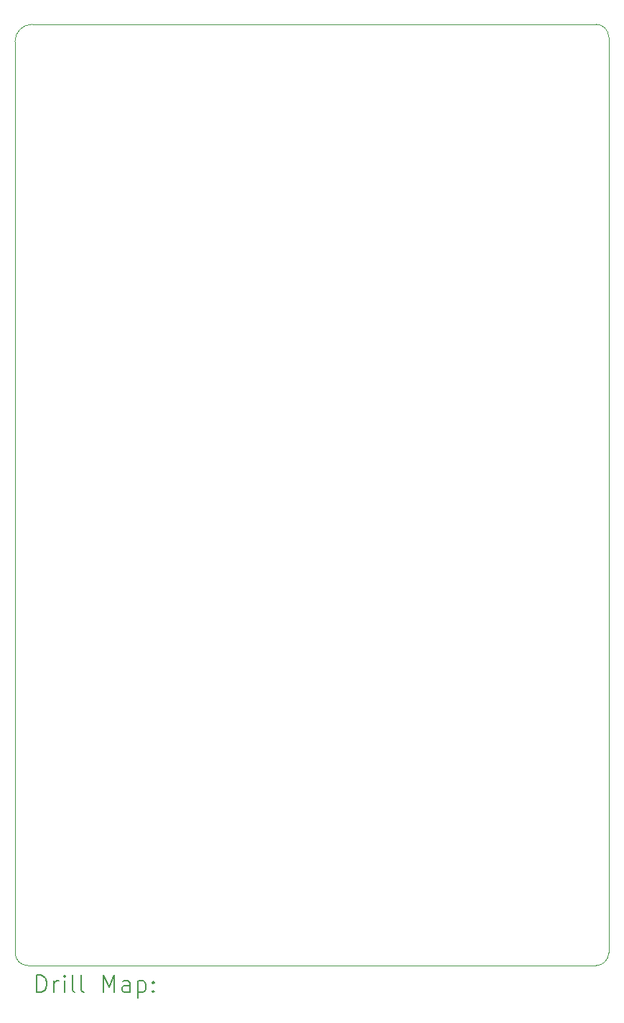
<source format=gbr>
%TF.GenerationSoftware,KiCad,Pcbnew,8.0.5-8.0.5-0~ubuntu24.04.1*%
%TF.CreationDate,2024-10-02T13:28:38+10:00*%
%TF.ProjectId,Touch Keypad,546f7563-6820-44b6-9579-7061642e6b69,rev?*%
%TF.SameCoordinates,PXbebc200PY8b3c880*%
%TF.FileFunction,Drillmap*%
%TF.FilePolarity,Positive*%
%FSLAX45Y45*%
G04 Gerber Fmt 4.5, Leading zero omitted, Abs format (unit mm)*
G04 Created by KiCad (PCBNEW 8.0.5-8.0.5-0~ubuntu24.04.1) date 2024-10-02 13:28:38*
%MOMM*%
%LPD*%
G01*
G04 APERTURE LIST*
%ADD10C,0.050000*%
%ADD11C,0.200000*%
G04 APERTURE END LIST*
D10*
X-150000Y11100000D02*
X-6800000Y11100000D01*
X0Y150000D02*
G75*
G02*
X-150000Y0I-150000J0D01*
G01*
X-6850000Y0D02*
X-150000Y0D01*
X-7000000Y10900000D02*
X-7000000Y150000D01*
X-150000Y11100000D02*
G75*
G02*
X0Y10950000I0J-150000D01*
G01*
X0Y150000D02*
X0Y10950000D01*
X-7000000Y10900000D02*
G75*
G02*
X-6800000Y11100000I200000J0D01*
G01*
X-6850000Y0D02*
G75*
G02*
X-7000000Y150000I0J150000D01*
G01*
D11*
X-6741723Y-313984D02*
X-6741723Y-113984D01*
X-6741723Y-113984D02*
X-6694104Y-113984D01*
X-6694104Y-113984D02*
X-6665533Y-123508D01*
X-6665533Y-123508D02*
X-6646485Y-142555D01*
X-6646485Y-142555D02*
X-6636961Y-161603D01*
X-6636961Y-161603D02*
X-6627437Y-199698D01*
X-6627437Y-199698D02*
X-6627437Y-228269D01*
X-6627437Y-228269D02*
X-6636961Y-266365D01*
X-6636961Y-266365D02*
X-6646485Y-285412D01*
X-6646485Y-285412D02*
X-6665533Y-304460D01*
X-6665533Y-304460D02*
X-6694104Y-313984D01*
X-6694104Y-313984D02*
X-6741723Y-313984D01*
X-6541723Y-313984D02*
X-6541723Y-180650D01*
X-6541723Y-218746D02*
X-6532199Y-199698D01*
X-6532199Y-199698D02*
X-6522676Y-190174D01*
X-6522676Y-190174D02*
X-6503628Y-180650D01*
X-6503628Y-180650D02*
X-6484580Y-180650D01*
X-6417914Y-313984D02*
X-6417914Y-180650D01*
X-6417914Y-113984D02*
X-6427437Y-123508D01*
X-6427437Y-123508D02*
X-6417914Y-133031D01*
X-6417914Y-133031D02*
X-6408390Y-123508D01*
X-6408390Y-123508D02*
X-6417914Y-113984D01*
X-6417914Y-113984D02*
X-6417914Y-133031D01*
X-6294104Y-313984D02*
X-6313152Y-304460D01*
X-6313152Y-304460D02*
X-6322676Y-285412D01*
X-6322676Y-285412D02*
X-6322676Y-113984D01*
X-6189342Y-313984D02*
X-6208390Y-304460D01*
X-6208390Y-304460D02*
X-6217914Y-285412D01*
X-6217914Y-285412D02*
X-6217914Y-113984D01*
X-5960771Y-313984D02*
X-5960771Y-113984D01*
X-5960771Y-113984D02*
X-5894104Y-256841D01*
X-5894104Y-256841D02*
X-5827437Y-113984D01*
X-5827437Y-113984D02*
X-5827437Y-313984D01*
X-5646485Y-313984D02*
X-5646485Y-209222D01*
X-5646485Y-209222D02*
X-5656009Y-190174D01*
X-5656009Y-190174D02*
X-5675056Y-180650D01*
X-5675056Y-180650D02*
X-5713152Y-180650D01*
X-5713152Y-180650D02*
X-5732199Y-190174D01*
X-5646485Y-304460D02*
X-5665533Y-313984D01*
X-5665533Y-313984D02*
X-5713152Y-313984D01*
X-5713152Y-313984D02*
X-5732199Y-304460D01*
X-5732199Y-304460D02*
X-5741723Y-285412D01*
X-5741723Y-285412D02*
X-5741723Y-266365D01*
X-5741723Y-266365D02*
X-5732199Y-247317D01*
X-5732199Y-247317D02*
X-5713152Y-237793D01*
X-5713152Y-237793D02*
X-5665533Y-237793D01*
X-5665533Y-237793D02*
X-5646485Y-228269D01*
X-5551247Y-180650D02*
X-5551247Y-380650D01*
X-5551247Y-190174D02*
X-5532199Y-180650D01*
X-5532199Y-180650D02*
X-5494104Y-180650D01*
X-5494104Y-180650D02*
X-5475057Y-190174D01*
X-5475057Y-190174D02*
X-5465533Y-199698D01*
X-5465533Y-199698D02*
X-5456009Y-218746D01*
X-5456009Y-218746D02*
X-5456009Y-275889D01*
X-5456009Y-275889D02*
X-5465533Y-294936D01*
X-5465533Y-294936D02*
X-5475057Y-304460D01*
X-5475057Y-304460D02*
X-5494104Y-313984D01*
X-5494104Y-313984D02*
X-5532199Y-313984D01*
X-5532199Y-313984D02*
X-5551247Y-304460D01*
X-5370295Y-294936D02*
X-5360771Y-304460D01*
X-5360771Y-304460D02*
X-5370295Y-313984D01*
X-5370295Y-313984D02*
X-5379818Y-304460D01*
X-5379818Y-304460D02*
X-5370295Y-294936D01*
X-5370295Y-294936D02*
X-5370295Y-313984D01*
X-5370295Y-190174D02*
X-5360771Y-199698D01*
X-5360771Y-199698D02*
X-5370295Y-209222D01*
X-5370295Y-209222D02*
X-5379818Y-199698D01*
X-5379818Y-199698D02*
X-5370295Y-190174D01*
X-5370295Y-190174D02*
X-5370295Y-209222D01*
M02*

</source>
